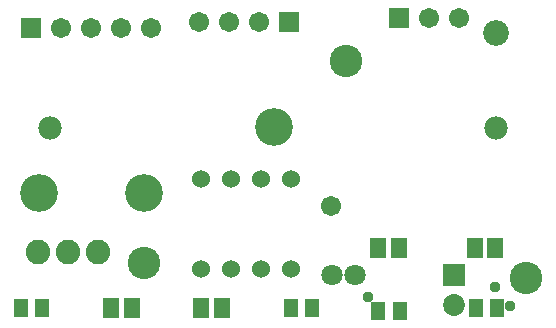
<source format=gbr>
G04 EAGLE Gerber RS-274X export*
G75*
%MOMM*%
%FSLAX34Y34*%
%LPD*%
%INSoldermask Top*%
%IPPOS*%
%AMOC8*
5,1,8,0,0,1.08239X$1,22.5*%
G01*
%ADD10C,2.743200*%
%ADD11C,2.082800*%
%ADD12C,1.524000*%
%ADD13R,1.711200X1.711200*%
%ADD14C,1.711200*%
%ADD15C,3.203200*%
%ADD16R,1.367800X1.668500*%
%ADD17C,1.854200*%
%ADD18R,1.854200X1.854200*%
%ADD19C,1.988200*%
%ADD20C,2.183200*%
%ADD21R,1.234400X1.623400*%
%ADD22C,1.803200*%
%ADD23C,0.959600*%
D10*
X457200Y762000D03*
X133350Y774700D03*
X304800Y946150D03*
D11*
X43307Y784617D03*
X68707Y784617D03*
X94107Y784617D03*
D12*
X257556Y845820D03*
X232156Y845820D03*
X232156Y769620D03*
X257556Y769620D03*
X206756Y845820D03*
X181356Y845820D03*
X206756Y769620D03*
X181356Y769620D03*
D13*
X38100Y974090D03*
D14*
X63500Y974090D03*
X88900Y974090D03*
X114300Y974090D03*
D15*
X133350Y834390D03*
D14*
X139700Y974090D03*
D15*
X44450Y834390D03*
D13*
X256540Y979170D03*
D14*
X231140Y979170D03*
X205740Y979170D03*
X180340Y979170D03*
D15*
X243840Y890270D03*
D16*
X199254Y736600D03*
X181746Y736600D03*
X430857Y787694D03*
X413349Y787694D03*
D17*
X396240Y739340D03*
D18*
X396240Y764340D03*
D16*
X331606Y787400D03*
X349114Y787400D03*
X123054Y736600D03*
X105546Y736600D03*
D19*
X431800Y889000D03*
X53600Y889000D03*
D20*
X431800Y970000D03*
D14*
X374588Y982300D03*
D13*
X349188Y982300D03*
D14*
X399988Y982300D03*
X292038Y823550D03*
D21*
X28905Y736600D03*
X47295Y736600D03*
X414130Y736600D03*
X432520Y736600D03*
X257505Y736600D03*
X275895Y736600D03*
X350099Y734604D03*
X331709Y734604D03*
D22*
X292260Y764540D03*
X312260Y764540D03*
D23*
X442982Y738541D03*
X430558Y754380D03*
X323088Y746280D03*
M02*

</source>
